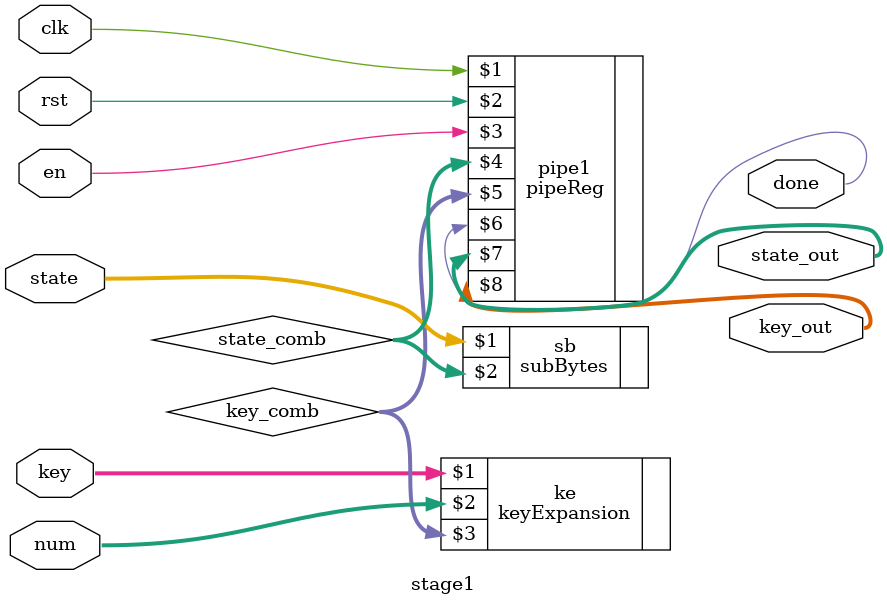
<source format=sv>
`timescale 1ps/1ps
module stage1 (
    input clk, rst, en,
    input [127:0] state, key,
    input [3:0] num,
    output done,
    output [127:0] state_out, key_out
);

    wire [127:0] state_comb, key_comb;

    subBytes sb (state, state_comb);
    keyExpansion ke (key, num, key_comb);
    pipeReg pipe1 (clk, rst, en, state_comb, key_comb, done, state_out, key_out);

endmodule
</source>
